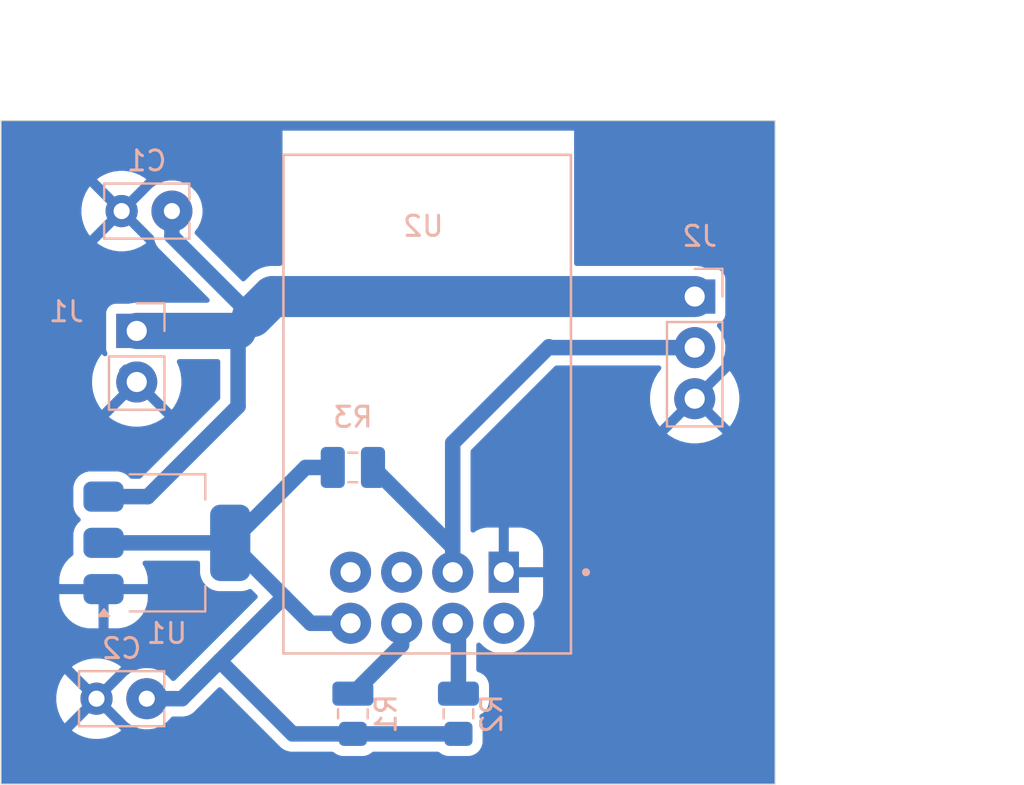
<source format=kicad_pcb>
(kicad_pcb (version 20241229) (generator "pcbnew") (generator_version "9.0")
  (layers (0 "F.Cu" signal) (2 "B.Cu" signal) (13 "F.Paste" user) (15 "B.Paste" user) (5 "F.SilkS" user "F.Silkscreen") (7 "B.SilkS" user "B.Silkscreen") (1 "F.Mask" user) (3 "B.Mask" user) (25 "Edge.Cuts" user))
  (net 0 "")
  (net 1 "GND")
  (net 2 "+5V")
  (net 3 "WledData")
  (net 4 "/3.3V")
  (net 5 "Net-(U2-~{RST})")
  (net 6 "Net-(U2-CH_PD)")
  (footprint "Resistor_SMD:R_0805_2012Metric_Pad1.20x1.40mm_HandSolder" (layer "B.Cu") (at 122.25 88.75 90)
    (property "Reference" "R2" (at 0 1.65 90) (layer "B.SilkS") (effects (justify mirror)))
    (property "Value" "R")
    (fp_line (start -0.227064 -0.735) (end 0.227064 -0.735) (stroke (width 0.12)) (layer "B.SilkS"))
    (fp_line (start -0.227064 0.735) (end 0.227064 0.735) (stroke (width 0.12)) (layer "B.SilkS"))
    (pad "1" smd roundrect (at -1 0 90) (size 1.2 1.4) (layers "B.Cu" "B.Mask" "B.Paste") (roundrect_rratio 0.208333) (net 4 "/3.3V"))
    (pad "2" smd roundrect (at 1 0 90) (size 1.2 2.04) (layers "B.Cu" "B.Mask" "B.Paste") (roundrect_rratio 0.208333) (net 6 "Net-(U2-CH_PD)"))
  )
  (footprint "Resistor_SMD:R_0805_2012Metric_Pad1.20x1.40mm_HandSolder" (layer "B.Cu") (at 117 88.75 90)
    (property "Reference" "R1" (at 0 1.65 90) (layer "B.SilkS") (effects (justify mirror)))
    (property "Value" "R")
    (fp_line (start -0.227064 -0.735) (end 0.227064 -0.735) (stroke (width 0.12)) (layer "B.SilkS"))
    (fp_line (start -0.227064 0.735) (end 0.227064 0.735) (stroke (width 0.12)) (layer "B.SilkS"))
    (pad "1" smd roundrect (at -1 0 90) (size 1.2 1.4) (layers "B.Cu" "B.Mask" "B.Paste") (roundrect_rratio 0.208333) (net 4 "/3.3V"))
    (pad "2" smd roundrect (at 1 0 90) (size 1.2 2.04) (layers "B.Cu" "B.Mask" "B.Paste") (roundrect_rratio 0.208333) (net 5 "Net-(U2-~{RST})"))
  )
  (footprint "Connector_PinHeader_2.54mm:PinHeader_1x03_P2.54mm_Vertical" (layer "B.Cu") (at 134 68 180)
    (property "Reference" "J2" (at -0.25 3 0) (layer "B.SilkS") (effects (justify mirror)))
    (property "Value" "WLED" (hide yes))
    (fp_line (start 1.38 -1.27) (end 1.38 -6.46) (stroke (width 0.12)) (layer "B.SilkS"))
    (fp_line (start -1.38 1.38) (end 0 1.38) (stroke (width 0.12)) (layer "B.SilkS"))
    (fp_line (start -1.38 0) (end -1.38 1.38) (stroke (width 0.12)) (layer "B.SilkS"))
    (fp_line (start -1.38 -1.27) (end 1.38 -1.27) (stroke (width 0.12)) (layer "B.SilkS"))
    (fp_line (start -1.38 -1.27) (end -1.38 -6.46) (stroke (width 0.12)) (layer "B.SilkS"))
    (fp_line (start -1.38 -6.46) (end 1.38 -6.46) (stroke (width 0.12)) (layer "B.SilkS"))
    (pad "1" thru_hole rect (at 0 0 180) (size 2.04 1.7) (drill 1) (layers "*.Cu" "*.Mask") (net 2 "+5V"))
    (pad "2" thru_hole circle (at 0 -2.54 180) (size 2.04 2.04) (drill 1) (layers "*.Cu" "*.Mask") (net 3 "WledData"))
    (pad "3" thru_hole circle (at 0 -5.08 180) (size 2.04 2.04) (drill 1) (layers "*.Cu" "*.Mask") (net 1 "GND"))
  )
  (footprint "Capacitor_THT:C_Rect_L4.0mm_W2.5mm_P2.50mm" (layer "B.Cu") (at 108 63.75 180)
    (property "Reference" "C1" (at 1.25 2.5 0) (layer "B.SilkS") (effects (justify mirror)))
    (property "Value" "10uF")
    (fp_line (start 3.37 1.37) (end 3.37 0.57) (stroke (width 0.12)) (layer "B.SilkS"))
    (fp_line (start 3.37 -0.57) (end 3.37 -1.37) (stroke (width 0.12)) (layer "B.SilkS"))
    (fp_line (start 3.37 -1.37) (end -0.87 -1.37) (stroke (width 0.12)) (layer "B.SilkS"))
    (fp_line (start -0.87 1.37) (end 3.37 1.37) (stroke (width 0.12)) (layer "B.SilkS"))
    (fp_line (start -0.87 0.57) (end -0.87 1.37) (stroke (width 0.12)) (layer "B.SilkS"))
    (fp_line (start -0.87 -1.37) (end -0.87 -0.57) (stroke (width 0.12)) (layer "B.SilkS"))
    (pad "1" thru_hole circle (at 0 0 180) (size 2.04 2.04) (drill 0.8) (layers "*.Cu" "*.Mask") (net 2 "+5V"))
    (pad "2" thru_hole circle (at 2.5 0 180) (size 1.6 1.6) (drill 0.8) (layers "*.Cu" "*.Mask") (net 1 "GND"))
  )
  (footprint "Package_TO_SOT_SMD:SOT-223-3_TabPin2" (layer "B.Cu") (at 107.75 80.25)
    (property "Reference" "U1" (at 0 4.5 0) (layer "B.SilkS") (effects (justify mirror)))
    (property "Value" "AMS1117-3.3")
    (fp_line (start -1.85 -3.41) (end 1.91 -3.41) (stroke (width 0.12)) (layer "B.SilkS"))
    (fp_line (start -1.85 3.41) (end 1.91 3.41) (stroke (width 0.12)) (layer "B.SilkS"))
    (fp_line (start 1.91 -3.41) (end 1.91 -2.15) (stroke (width 0.12)) (layer "B.SilkS"))
    (fp_line (start 1.91 3.41) (end 1.91 2.15) (stroke (width 0.12)) (layer "B.SilkS"))
    (fp_poly (pts (xy -3.13 3.31) (xy -3.37 3.64) (xy -2.89 3.64) (xy -3.13 3.31)) (stroke (width 0.12)) (fill yes) (layer "B.SilkS"))
    (pad "1" smd roundrect (at -3.15 2.3) (size 2 1.5) (layers "B.Cu" "B.Mask" "B.Paste") (net 1 "GND"))
    (pad "2" smd roundrect (at -3.15 0) (size 2 1.5) (layers "B.Cu" "B.Mask" "B.Paste") (net 4 "/3.3V"))
    (pad "2" smd roundrect (at 3.15 0) (size 2 3.8) (layers "B.Cu" "B.Mask" "B.Paste") (net 4 "/3.3V"))
    (pad "3" smd roundrect (at -3.15 -2.3) (size 2 1.5) (layers "B.Cu" "B.Mask" "B.Paste") (net 2 "+5V"))
  )
  (footprint "esp01:MODULE_ESP-01" (layer "B.Cu") (at 120.695 73.35 180)
    (property "Reference" "U2" (at 0.195 8.85 0) (layer "B.SilkS") (effects (justify mirror)))
    (property "Value" "ESP-01")
    (fp_line (start 7.15 12.4) (end -7.15 12.4) (stroke (width 0.127)) (layer "B.SilkS"))
    (fp_line (start 7.15 -12.4) (end 7.15 12.4) (stroke (width 0.127)) (layer "B.SilkS"))
    (fp_line (start -7.15 12.4) (end -7.15 -12.4) (stroke (width 0.127)) (layer "B.SilkS"))
    (fp_line (start -7.15 -12.4) (end 7.15 -12.4) (stroke (width 0.127)) (layer "B.SilkS"))
    (fp_circle (center -7.9 -8.36) (end -7.8 -8.36) (stroke (width 0.2)) (fill no) (layer "B.SilkS"))
    (pad "1" thru_hole rect (at -3.81 -8.36 180) (size 1.508 2.04) (drill 1) (layers "*.Cu" "*.Mask") (net 1 "GND"))
    (pad "2" thru_hole circle (at -1.27 -8.36 180) (size 2.04 2.04) (drill 1) (layers "*.Cu" "*.Mask") (net 3 "WledData"))
    (pad "3" thru_hole circle (at 1.27 -8.36 180) (size 2.04 2.04) (drill 1) (layers "*.Cu" "*.Mask"))
    (pad "4" thru_hole circle (at 3.81 -8.36 180) (size 2.04 2.04) (drill 1) (layers "*.Cu" "*.Mask"))
    (pad "5" thru_hole circle (at 3.81 -10.9 180) (size 2.04 2.04) (drill 1) (layers "*.Cu" "*.Mask") (net 4 "/3.3V"))
    (pad "6" thru_hole circle (at 1.27 -10.9 180) (size 2.04 2.04) (drill 1) (layers "*.Cu" "*.Mask") (net 5 "Net-(U2-~{RST})"))
    (pad "7" thru_hole circle (at -1.27 -10.9 180) (size 2.04 2.04) (drill 1) (layers "*.Cu" "*.Mask") (net 6 "Net-(U2-CH_PD)"))
    (pad "8" thru_hole circle (at -3.81 -10.9 180) (size 2.04 2.04) (drill 1) (layers "*.Cu" "*.Mask"))
  )
  (footprint "Resistor_SMD:R_0805_2012Metric_Pad1.20x1.40mm_HandSolder" (layer "B.Cu") (at 117 76.5 180)
    (property "Reference" "R3" (at 0 2.5 0) (layer "B.SilkS") (effects (justify mirror)))
    (property "Value" "R")
    (fp_line (start -0.227064 0.735) (end 0.227064 0.735) (stroke (width 0.12)) (layer "B.SilkS"))
    (fp_line (start -0.227064 -0.735) (end 0.227064 -0.735) (stroke (width 0.12)) (layer "B.SilkS"))
    (pad "1" smd roundrect (at -1 0 180) (size 1.2 2.04) (layers "B.Cu" "B.Mask" "B.Paste") (roundrect_rratio 0.208333) (net 3 "WledData"))
    (pad "2" smd roundrect (at 1 0 180) (size 1.2 2.04) (layers "B.Cu" "B.Mask" "B.Paste") (roundrect_rratio 0.208333) (net 4 "/3.3V"))
  )
  (footprint "Connector_PinHeader_2.54mm:PinHeader_1x02_P2.54mm_Vertical" (layer "B.Cu") (at 106.25 69.71 180)
    (property "Reference" "J1" (at 3.5 0.96 0) (layer "B.SilkS") (effects (justify mirror)))
    (property "Value" "InputPowerPins" (hide yes))
    (fp_line (start 1.38 -1.27) (end 1.38 -3.92) (stroke (width 0.12)) (layer "B.SilkS"))
    (fp_line (start -1.38 1.38) (end 0 1.38) (stroke (width 0.12)) (layer "B.SilkS"))
    (fp_line (start -1.38 0) (end -1.38 1.38) (stroke (width 0.12)) (layer "B.SilkS"))
    (fp_line (start -1.38 -1.27) (end 1.38 -1.27) (stroke (width 0.12)) (layer "B.SilkS"))
    (fp_line (start -1.38 -1.27) (end -1.38 -3.92) (stroke (width 0.12)) (layer "B.SilkS"))
    (fp_line (start -1.38 -3.92) (end 1.38 -3.92) (stroke (width 0.12)) (layer "B.SilkS"))
    (pad "1" thru_hole rect (at 0 0 180) (size 2.04 1.7) (drill 1) (layers "*.Cu" "*.Mask") (net 2 "+5V"))
    (pad "2" thru_hole circle (at 0 -2.54 180) (size 2.04 2.04) (drill 1) (layers "*.Cu" "*.Mask") (net 1 "GND"))
  )
  (footprint "Capacitor_THT:C_Rect_L4.0mm_W2.5mm_P2.50mm" (layer "B.Cu") (at 106.75 88 180)
    (property "Reference" "C2" (at 1.25 2.5 0) (layer "B.SilkS") (effects (justify mirror)))
    (property "Value" "22uF")
    (fp_line (start 3.37 1.37) (end 3.37 0.57) (stroke (width 0.12)) (layer "B.SilkS"))
    (fp_line (start 3.37 -0.57) (end 3.37 -1.37) (stroke (width 0.12)) (layer "B.SilkS"))
    (fp_line (start 3.37 -1.37) (end -0.87 -1.37) (stroke (width 0.12)) (layer "B.SilkS"))
    (fp_line (start -0.87 1.37) (end 3.37 1.37) (stroke (width 0.12)) (layer "B.SilkS"))
    (fp_line (start -0.87 0.57) (end -0.87 1.37) (stroke (width 0.12)) (layer "B.SilkS"))
    (fp_line (start -0.87 -1.37) (end -0.87 -0.57) (stroke (width 0.12)) (layer "B.SilkS"))
    (pad "1" thru_hole circle (at 0 0 180) (size 2.04 2.04) (drill 0.8) (layers "*.Cu" "*.Mask") (net 4 "/3.3V"))
    (pad "2" thru_hole circle (at 2.5 0 180) (size 1.6 1.6) (drill 0.8) (layers "*.Cu" "*.Mask") (net 1 "GND"))
  )
  (gr_rect (start 99.5 59.25) (end 138 92.25) (stroke (width 0.05)) (fill no) (layer "Edge.Cuts"))
  (segment (start 113 68) (end 134 68) (width 2.04) (layer "B.Cu") (net 2))
  (segment (start 106.25 69.71) (end 111.29 69.71) (width 1.8) (layer "B.Cu") (net 2))
  (segment (start 104.6 77.95) (end 106.8 77.95) (width 0.77) (layer "B.Cu") (net 2))
  (segment (start 108 65) (end 112 69) (width 0.77) (layer "B.Cu") (net 2))
  (segment (start 112 69) (end 113 68) (width 2.04) (layer "B.Cu") (net 2))
  (segment (start 106.8 77.95) (end 111.29 73.46) (width 0.77) (layer "B.Cu") (net 2))
  (segment (start 108 63.75) (end 108 65) (width 0.77) (layer "B.Cu") (net 2))
  (segment (start 111.29 73.46) (end 111.29 69.71) (width 0.77) (layer "B.Cu") (net 2))
  (segment (start 111.29 69.71) (end 112 69) (width 0.77) (layer "B.Cu") (net 2))
  (segment (start 126.79 70.54) (end 134 70.54) (width 0.77) (layer "B.Cu") (net 3))
  (segment (start 121.965 75.285) (end 126.75 70.5) (width 0.77) (layer "B.Cu") (net 3))
  (segment (start 121.965 81.71) (end 121.965 75.285) (width 0.77) (layer "B.Cu") (net 3))
  (segment (start 126.75 70.5) (end 126.79 70.54) (width 0.77) (layer "B.Cu") (net 3))
  (segment (start 118 76.5) (end 121.965 80.465) (width 0.77) (layer "B.Cu") (net 3))
  (segment (start 121.965 80.465) (end 121.965 81.71) (width 0.77) (layer "B.Cu") (net 3))
  (segment (start 114 89.75) (end 110.375 86.125) (width 0.77) (layer "B.Cu") (net 4))
  (segment (start 117 89.75) (end 114 89.75) (width 0.77) (layer "B.Cu") (net 4))
  (segment (start 114.65 76.5) (end 116 76.5) (width 0.77) (layer "B.Cu") (net 4))
  (segment (start 114.9 84.25) (end 113.575 82.925) (width 0.77) (layer "B.Cu") (net 4))
  (segment (start 104.6 80.25) (end 110.9 80.25) (width 0.77) (layer "B.Cu") (net 4))
  (segment (start 106.75 88) (end 108.5 88) (width 0.77) (layer "B.Cu") (net 4))
  (segment (start 113.575 82.925) (end 110.9 80.25) (width 0.77) (layer "B.Cu") (net 4))
  (segment (start 117 89.75) (end 122.25 89.75) (width 0.77) (layer "B.Cu") (net 4))
  (segment (start 110.9 80.25) (end 114.65 76.5) (width 0.77) (layer "B.Cu") (net 4))
  (segment (start 110.375 86.125) (end 113.575 82.925) (width 0.77) (layer "B.Cu") (net 4))
  (segment (start 108.5 88) (end 110.375 86.125) (width 0.77) (layer "B.Cu") (net 4))
  (segment (start 116.885 84.25) (end 114.9 84.25) (width 0.77) (layer "B.Cu") (net 4))
  (segment (start 117 87.75) (end 119.425 85.325) (width 0.77) (layer "B.Cu") (net 5))
  (segment (start 119.425 85.325) (end 119.425 84.25) (width 0.77) (layer "B.Cu") (net 5))
  (segment (start 122.25 87.75) (end 122.25 84.535) (width 0.77) (layer "B.Cu") (net 6))
  (segment (start 122.25 84.535) (end 121.965 84.25) (width 0.77) (layer "B.Cu") (net 6))
  (zone (net 0) (net_name "") (layer "B.Cu") (name "antenna") (connect_pads (clearance 0)) (min_thickness 0.25)
    (keepout (tracks not_allowed) (vias not_allowed) (pads not_allowed) (copperpour not_allowed) (footprints allowed))
    (fill (thermal_gap 0.5) (thermal_bridge_width 0.5))
    (polygon (pts (xy 113.5 66.5) (xy 113.5 59.75) (xy 128 59.75) (xy 128 66.5)))
  )
  (zone (net 0) (net_name "") (layer "B.Cu") (name "antenna") (connect_pads (clearance 0)) (min_thickness 0.25)
    (keepout (tracks not_allowed) (vias not_allowed) (pads not_allowed) (copperpour not_allowed) (footprints allowed))
    (fill (thermal_gap 0.5) (thermal_bridge_width 0.5))
    (polygon (pts (xy 104.75 71) (xy 105.5 71) (xy 105 71.75) (xy 105.75 71.25) (xy 105.25 71.75)))
  )
  (zone (net 1) (net_name "GND") (layer "B.Cu") (connect_pads (clearance 0.5)) (min_thickness 0.25) (fill yes (thermal_gap 1.2) (thermal_bridge_width 0.5))
    (polygon (pts (xy 99.5 59.25) (xy 138 59.25) (xy 138 92.25) (xy 99.5 92.25)))
  )
)
</source>
